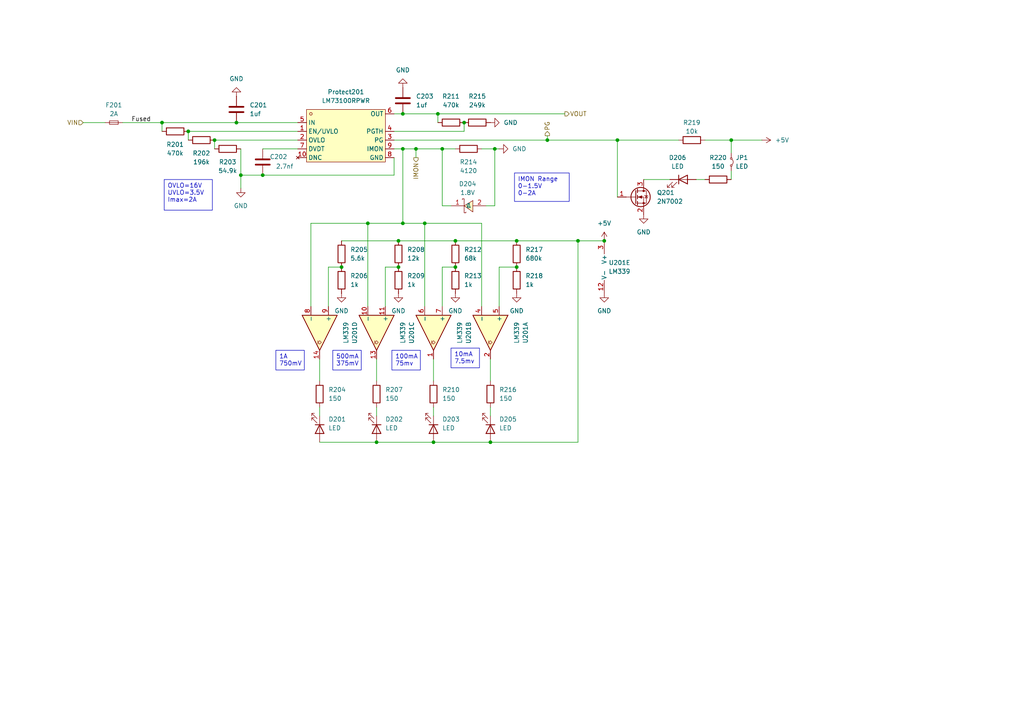
<source format=kicad_sch>
(kicad_sch (version 20231120) (generator "eeschema") (generator_version "8.0")
  (paper "A4")
  (lib_symbols
    (symbol "Comparator:LM339" (pin_names (offset 0.127))
      (property "Reference" "U" (at 0 5.08 0))
      (property "Value" "LM339" (at 0 -5.08 0))
      (symbol "LM339_1_1"
        (polyline (pts (xy -5.08 5.08) (xy 5.08 0) (xy -5.08 -5.08) (xy -5.08 5.08)) (stroke (width 0.254)) (fill (type background)))
        (polyline (pts (xy 3.302 -0.508) (xy 2.794 -0.508) (xy 3.302 0) (xy 2.794 0.508) (xy 2.286 0) (xy 2.794 -0.508) (xy 2.286 -0.508)) (stroke (width 0.127)))
        (pin open_collector line (at 7.62 0 180) (length 2.54) (name "~") (number "2"))
        (pin input line (at -7.62 -2.54 0) (length 2.54) (name "-") (number "4"))
        (pin input line (at -7.62 2.54 0) (length 2.54) (name "+") (number "5"))
      )
      (symbol "LM339_2_1"
        (polyline (pts (xy -5.08 5.08) (xy 5.08 0) (xy -5.08 -5.08) (xy -5.08 5.08)) (stroke (width 0.254)) (fill (type background)))
        (polyline (pts (xy 3.302 -0.508) (xy 2.794 -0.508) (xy 3.302 0) (xy 2.794 0.508) (xy 2.286 0) (xy 2.794 -0.508) (xy 2.286 -0.508)) (stroke (width 0.127)))
        (pin open_collector line (at 7.62 0 180) (length 2.54) (name "~") (number "1"))
        (pin input line (at -7.62 -2.54 0) (length 2.54) (name "-") (number "6"))
        (pin input line (at -7.62 2.54 0) (length 2.54) (name "+") (number "7"))
      )
      (symbol "LM339_3_1"
        (polyline (pts (xy -5.08 5.08) (xy 5.08 0) (xy -5.08 -5.08) (xy -5.08 5.08)) (stroke (width 0.254)) (fill (type background)))
        (polyline (pts (xy 3.302 -0.508) (xy 2.794 -0.508) (xy 3.302 0) (xy 2.794 0.508) (xy 2.286 0) (xy 2.794 -0.508) (xy 2.286 -0.508)) (stroke (width 0.127)))
        (pin input line (at -7.62 -2.54 0) (length 2.54) (name "-") (number "10"))
        (pin input line (at -7.62 2.54 0) (length 2.54) (name "+") (number "11"))
        (pin open_collector line (at 7.62 0 180) (length 2.54) (name "~") (number "13"))
      )
      (symbol "LM339_4_1"
        (polyline (pts (xy -5.08 5.08) (xy 5.08 0) (xy -5.08 -5.08) (xy -5.08 5.08)) (stroke (width 0.254)) (fill (type background)))
        (polyline (pts (xy 3.302 -0.508) (xy 2.794 -0.508) (xy 3.302 0) (xy 2.794 0.508) (xy 2.286 0) (xy 2.794 -0.508) (xy 2.286 -0.508)) (stroke (width 0.127)))
        (pin open_collector line (at 7.62 0 180) (length 2.54) (name "~") (number "14"))
        (pin input line (at -7.62 -2.54 0) (length 2.54) (name "-") (number "8"))
        (pin input line (at -7.62 2.54 0) (length 2.54) (name "+") (number "9"))
      )
      (symbol "LM339_5_1"
        (pin power_in line (at -2.54 -7.62 90) (length 3.81) (name "V-") (number "12"))
        (pin power_in line (at -2.54 7.62 270) (length 3.81) (name "V+") (number "3"))
      )
    )
    (symbol "Device:C" (pin_numbers hide) (pin_names (offset 0.254))
      (property "Reference" "C" (at 0.635 2.54 0))
      (property "Value" "C" (at 0.635 -2.54 0))
      (symbol "C_0_1"
        (polyline (pts (xy -2.032 -0.762) (xy 2.032 -0.762)) (stroke (width 0.508)))
        (polyline (pts (xy -2.032 0.762) (xy 2.032 0.762)) (stroke (width 0.508)))
      )
      (symbol "C_1_1"
        (pin passive line (at 0 3.81 270) (length 2.794) (name "~") (number "1"))
        (pin passive line (at 0 -3.81 90) (length 2.794) (name "~") (number "2"))
      )
    )
    (symbol "Device:Fuse_Small" (pin_numbers hide) (pin_names (offset 0.254) hide)
      (property "Reference" "F" (at 0 -1.524 0))
      (property "Value" "Fuse_Small" (at 0 1.524 0))
      (symbol "Fuse_Small_0_1"
        (rectangle (start -1.27 0.508) (end 1.27 -0.508))
        (polyline (pts (xy -1.27 0) (xy 1.27 0)))
      )
      (symbol "Fuse_Small_1_1"
        (pin passive line (at -2.54 0 0) (length 1.27) (name "~") (number "1"))
        (pin passive line (at 2.54 0 180) (length 1.27) (name "~") (number "2"))
      )
    )
    (symbol "Device:LED" (pin_numbers hide) (pin_names (offset 1.016) hide)
      (property "Reference" "D" (at 0 2.54 0))
      (property "Value" "LED" (at 0 -2.54 0))
      (symbol "LED_0_1"
        (polyline (pts (xy -1.27 -1.27) (xy -1.27 1.27)) (stroke (width 0.254)))
        (polyline (pts (xy -1.27 0) (xy 1.27 0)))
        (polyline (pts (xy 1.27 -1.27) (xy 1.27 1.27) (xy -1.27 0) (xy 1.27 -1.27)) (stroke (width 0.254)))
        (polyline (pts (xy -3.048 -0.762) (xy -4.572 -2.286) (xy -3.81 -2.286) (xy -4.572 -2.286) (xy -4.572 -1.524)))
        (polyline (pts (xy -1.778 -0.762) (xy -3.302 -2.286) (xy -2.54 -2.286) (xy -3.302 -2.286) (xy -3.302 -1.524)))
      )
      (symbol "LED_1_1"
        (pin passive line (at -3.81 0 0) (length 2.54) (name "K") (number "1"))
        (pin passive line (at 3.81 0 180) (length 2.54) (name "A") (number "2"))
      )
    )
    (symbol "Device:R" (pin_numbers hide) (pin_names (offset 0))
      (property "Reference" "R" (at 2.032 0 90))
      (property "Value" "R" (at 0 0 90))
      (symbol "R_0_1"
        (rectangle (start -1.016 -2.54) (end 1.016 2.54) (stroke (width 0.254)))
      )
      (symbol "R_1_1"
        (pin passive line (at 0 3.81 270) (length 1.27) (name "~") (number "1"))
        (pin passive line (at 0 -3.81 90) (length 1.27) (name "~") (number "2"))
      )
    )
    (symbol "Jumper:Jumper_2_Small_Bridged" (pin_numbers hide) (pin_names (offset 0) hide) (exclude_from_sim yes)
      (property "Reference" "JP" (at 0 2.032 0))
      (property "Value" "Jumper_2_Small_Bridged" (at 0 -2.286 0))
      (symbol "Jumper_2_Small_Bridged_0_0"
        (circle (center -1.016 0) (radius 0.254))
        (circle (center 1.016 0) (radius 0.254))
      )
      (symbol "Jumper_2_Small_Bridged_0_1"
        (arc (start 0.762 0.254) (mid 0 0.5696) (end -0.762 0.254))
      )
      (symbol "Jumper_2_Small_Bridged_1_1"
        (pin passive line (at -2.54 0 0) (length 1.27) (name "A") (number "1"))
        (pin passive line (at 2.54 0 180) (length 1.27) (name "B") (number "2"))
      )
    )
    (symbol "Transistor_FET:2N7002" (pin_names hide)
      (property "Reference" "Q" (at 5.08 1.905 0))
      (property "Value" "2N7002" (at 5.08 0 0))
      (symbol "2N7002_0_1"
        (polyline (pts (xy 0.254 0) (xy -2.54 0)))
        (polyline (pts (xy 0.254 1.905) (xy 0.254 -1.905)) (stroke (width 0.254)))
        (polyline (pts (xy 0.762 -1.27) (xy 0.762 -2.286)) (stroke (width 0.254)))
        (polyline (pts (xy 0.762 0.508) (xy 0.762 -0.508)) (stroke (width 0.254)))
        (polyline (pts (xy 0.762 2.286) (xy 0.762 1.27)) (stroke (width 0.254)))
        (polyline (pts (xy 2.54 2.54) (xy 2.54 1.778)))
        (polyline (pts (xy 2.54 -2.54) (xy 2.54 0) (xy 0.762 0)))
        (polyline (pts (xy 0.762 -1.778) (xy 3.302 -1.778) (xy 3.302 1.778) (xy 0.762 1.778)))
        (polyline (pts (xy 1.016 0) (xy 2.032 0.381) (xy 2.032 -0.381) (xy 1.016 0)) (fill (type outline)))
        (polyline (pts (xy 2.794 0.508) (xy 2.921 0.381) (xy 3.683 0.381) (xy 3.81 0.254)))
        (polyline (pts (xy 3.302 0.381) (xy 2.921 -0.254) (xy 3.683 -0.254) (xy 3.302 0.381)))
        (circle (center 1.651 0) (radius 2.794) (stroke (width 0.254)))
        (circle (center 2.54 -1.778) (radius 0.254) (fill (type outline)))
        (circle (center 2.54 1.778) (radius 0.254) (fill (type outline)))
      )
      (symbol "2N7002_1_1"
        (pin input line (at -5.08 0 0) (length 2.54) (name "G") (number "1"))
        (pin passive line (at 2.54 -5.08 90) (length 2.54) (name "S") (number "2"))
        (pin passive line (at 2.54 5.08 270) (length 2.54) (name "D") (number "3"))
      )
    )
    (symbol "easyeda2kicad:DDZ9678-7"
      (property "Reference" "D" (at 0 5.08 0))
      (property "Value" "DDZ9678-7" (at 0 -5.08 0))
      (symbol "DDZ9678-7_0_1"
        (polyline (pts (xy 1.27 1.52) (xy -1.27 0) (xy 1.27 -1.78) (xy 1.27 1.52)) (fill (type background)))
        (polyline (pts (xy -1.78 1.78) (xy -1.78 2.03) (xy -1.27 2.03) (xy -1.27 -2.03) (xy -0.76 -2.03) (xy -0.76 -1.78)))
        (pin unspecified line (at -5.08 0 0) (length 3.81) (name "C") (number "1"))
        (pin unspecified line (at 5.08 0 180) (length 3.81) (name "A") (number "2"))
      )
    )
    (symbol "easyeda2kicad:LM73100RPWR"
      (property "Reference" "U" (at 0 10.16 0))
      (property "Value" "LM73100RPWR" (at 0 -10.16 0))
      (symbol "LM73100RPWR_0_1"
        (rectangle (start -11.43 7.62) (end 11.43 -7.62) (fill (type background)))
        (circle (center -10.16 6.35) (radius 0.38))
        (pin input line (at -13.97 1.27 0) (length 2.54) (name "EN/UVLO") (number "1"))
        (pin no_connect line (at -13.97 -6.35 0) (length 2.54) (name "DNC") (number "10"))
        (pin input line (at -13.97 -1.27 0) (length 2.54) (name "OVLO") (number "2"))
        (pin output line (at 13.97 -1.27 180) (length 2.54) (name "PG") (number "3"))
        (pin input line (at 13.97 1.27 180) (length 2.54) (name "PGTH") (number "4"))
        (pin power_in line (at -13.97 3.81 0) (length 2.54) (name "IN") (number "5"))
        (pin power_out line (at 13.97 6.35 180) (length 2.54) (name "OUT") (number "6"))
        (pin passive line (at -13.97 -3.81 0) (length 2.54) (name "DVDT") (number "7"))
        (pin power_in line (at 13.97 -6.35 180) (length 2.54) (name "GND") (number "8"))
        (pin output line (at 13.97 -3.81 180) (length 2.54) (name "IMON") (number "9"))
      )
    )
    (symbol "power:+5V" (power) (pin_numbers hide) (pin_names (offset 0) hide)
      (property "Value" "+5V" (at 0 3.556 0))
      (symbol "+5V_0_1"
        (polyline (pts (xy -0.762 1.27) (xy 0 2.54)))
        (polyline (pts (xy 0 0) (xy 0 2.54)))
        (polyline (pts (xy 0 2.54) (xy 0.762 1.27)))
      )
      (symbol "+5V_1_1"
        (pin power_in line (at 0 0 90) (length 0) (name "~") (number "1"))
      )
    )
    (symbol "power:GND" (power) (pin_numbers hide) (pin_names (offset 0) hide)
      (property "Value" "GND" (at 0 -3.81 0))
      (symbol "GND_0_1"
        (polyline (pts (xy 0 0) (xy 0 -1.27) (xy 1.27 -1.27) (xy 0 -2.54) (xy -1.27 -1.27) (xy 0 -1.27)))
      )
      (symbol "GND_1_1"
        (pin power_in line (at 0 0 270) (length 0) (name "~") (number "1"))
      )
    )
  )
  (junction (at 132.08 69.85))
  (junction (at 109.22 128.27))
  (junction (at 116.84 43.18))
  (junction (at 54.61 38.1))
  (junction (at 175.26 69.85))
  (junction (at 76.2 50.8))
  (junction (at 125.73 128.27))
  (junction (at 120.65 43.18))
  (junction (at 128.27 43.18))
  (junction (at 134.62 35.56))
  (junction (at 158.75 40.64))
  (junction (at 212.09 40.64))
  (junction (at 149.86 69.85))
  (junction (at 167.64 69.85))
  (junction (at 99.06 77.47))
  (junction (at 143.51 43.18))
  (junction (at 106.68 64.77))
  (junction (at 69.85 50.8))
  (junction (at 116.84 64.77))
  (junction (at 46.99 35.56))
  (junction (at 142.24 128.27))
  (junction (at 149.86 77.47))
  (junction (at 68.58 35.56))
  (junction (at 132.08 77.47))
  (junction (at 62.23 40.64))
  (junction (at 123.19 64.77))
  (junction (at 127 33.02))
  (junction (at 179.07 40.64))
  (junction (at 116.84 33.02))
  (junction (at 115.57 77.47))
  (junction (at 115.57 69.85))
  (wire (pts (xy 114.3 45.72) (xy 114.3 50.8)))
  (wire (pts (xy 143.51 43.18) (xy 144.78 43.18)))
  (wire (pts (xy 142.24 128.27) (xy 167.64 128.27)))
  (wire (pts (xy 114.3 40.64) (xy 158.75 40.64)))
  (wire (pts (xy 106.68 64.77) (xy 116.84 64.77)))
  (wire (pts (xy 35.56 35.56) (xy 46.99 35.56)))
  (wire (pts (xy 109.22 118.11) (xy 109.22 120.65)))
  (wire (pts (xy 212.09 40.64) (xy 212.09 44.45)))
  (wire (pts (xy 158.75 39.37) (xy 158.75 40.64)))
  (wire (pts (xy 114.3 33.02) (xy 116.84 33.02)))
  (wire (pts (xy 128.27 59.69) (xy 130.81 59.69)))
  (wire (pts (xy 134.62 38.1) (xy 134.62 35.56)))
  (wire (pts (xy 128.27 88.9) (xy 128.27 77.47)))
  (wire (pts (xy 125.73 104.14) (xy 125.73 110.49)))
  (wire (pts (xy 62.23 40.64) (xy 62.23 43.18)))
  (wire (pts (xy 68.58 35.56) (xy 86.36 35.56)))
  (wire (pts (xy 115.57 69.85) (xy 132.08 69.85)))
  (wire (pts (xy 90.17 64.77) (xy 106.68 64.77)))
  (wire (pts (xy 95.25 88.9) (xy 95.25 77.47)))
  (wire (pts (xy 179.07 40.64) (xy 179.07 57.15)))
  (wire (pts (xy 92.71 118.11) (xy 92.71 120.65)))
  (wire (pts (xy 54.61 38.1) (xy 54.61 40.64)))
  (wire (pts (xy 76.2 50.8) (xy 114.3 50.8)))
  (wire (pts (xy 167.64 69.85) (xy 175.26 69.85)))
  (wire (pts (xy 212.09 40.64) (xy 204.47 40.64)))
  (wire (pts (xy 69.85 50.8) (xy 76.2 50.8)))
  (wire (pts (xy 69.85 50.8) (xy 69.85 54.61)))
  (wire (pts (xy 220.98 40.64) (xy 212.09 40.64)))
  (wire (pts (xy 128.27 43.18) (xy 132.08 43.18)))
  (wire (pts (xy 111.76 88.9) (xy 111.76 77.47)))
  (wire (pts (xy 109.22 104.14) (xy 109.22 110.49)))
  (wire (pts (xy 127 33.02) (xy 127 35.56)))
  (wire (pts (xy 143.51 43.18) (xy 143.51 59.69)))
  (wire (pts (xy 158.75 40.64) (xy 179.07 40.64)))
  (wire (pts (xy 167.64 69.85) (xy 167.64 128.27)))
  (wire (pts (xy 123.19 64.77) (xy 139.7 64.77)))
  (wire (pts (xy 120.65 43.18) (xy 128.27 43.18)))
  (wire (pts (xy 139.7 88.9) (xy 139.7 64.77)))
  (wire (pts (xy 128.27 77.47) (xy 132.08 77.47)))
  (wire (pts (xy 62.23 40.64) (xy 86.36 40.64)))
  (wire (pts (xy 92.71 128.27) (xy 109.22 128.27)))
  (wire (pts (xy 125.73 128.27) (xy 142.24 128.27)))
  (wire (pts (xy 132.08 69.85) (xy 149.86 69.85)))
  (wire (pts (xy 90.17 88.9) (xy 90.17 64.77)))
  (wire (pts (xy 123.19 64.77) (xy 123.19 88.9)))
  (wire (pts (xy 116.84 43.18) (xy 120.65 43.18)))
  (wire (pts (xy 76.2 43.18) (xy 86.36 43.18)))
  (wire (pts (xy 140.97 59.69) (xy 143.51 59.69)))
  (wire (pts (xy 186.69 52.07) (xy 194.31 52.07)))
  (wire (pts (xy 142.24 118.11) (xy 142.24 120.65)))
  (wire (pts (xy 46.99 35.56) (xy 46.99 38.1)))
  (wire (pts (xy 116.84 43.18) (xy 116.84 64.77)))
  (wire (pts (xy 46.99 35.56) (xy 68.58 35.56)))
  (wire (pts (xy 95.25 77.47) (xy 99.06 77.47)))
  (wire (pts (xy 114.3 38.1) (xy 134.62 38.1)))
  (wire (pts (xy 127 33.02) (xy 163.83 33.02)))
  (wire (pts (xy 123.19 64.77) (xy 116.84 64.77)))
  (wire (pts (xy 201.93 52.07) (xy 204.47 52.07)))
  (wire (pts (xy 99.06 69.85) (xy 115.57 69.85)))
  (wire (pts (xy 128.27 43.18) (xy 128.27 59.69)))
  (wire (pts (xy 54.61 38.1) (xy 86.36 38.1)))
  (wire (pts (xy 114.3 43.18) (xy 116.84 43.18)))
  (wire (pts (xy 212.09 49.53) (xy 212.09 52.07)))
  (wire (pts (xy 116.84 33.02) (xy 127 33.02)))
  (wire (pts (xy 125.73 118.11) (xy 125.73 120.65)))
  (wire (pts (xy 179.07 40.64) (xy 196.85 40.64)))
  (wire (pts (xy 142.24 104.14) (xy 142.24 110.49)))
  (wire (pts (xy 144.78 88.9) (xy 144.78 77.47)))
  (wire (pts (xy 139.7 43.18) (xy 143.51 43.18)))
  (wire (pts (xy 149.86 69.85) (xy 167.64 69.85)))
  (wire (pts (xy 109.22 128.27) (xy 125.73 128.27)))
  (wire (pts (xy 144.78 77.47) (xy 149.86 77.47)))
  (wire (pts (xy 69.85 43.18) (xy 69.85 50.8)))
  (wire (pts (xy 120.65 45.72) (xy 120.65 43.18)))
  (wire (pts (xy 111.76 77.47) (xy 115.57 77.47)))
  (wire (pts (xy 24.13 35.56) (xy 30.48 35.56)))
  (wire (pts (xy 92.71 104.14) (xy 92.71 110.49)))
  (wire (pts (xy 106.68 64.77) (xy 106.68 88.9)))
  (text_box "100mA\n75mv\n" (at 113.665 101.6 0) (size 8.255 5.715) (effects (font (size 1.27 1.27)) (justify left top)))
  (text_box "IMON Range\n0-1.5V\n0-2A" (at 149.225 50.165 0) (size 15.875 8.255) (effects (font (size 1.27 1.27)) (justify left top)))
  (text_box "500mA\n375mV\n\n" (at 96.52 101.6 0) (size 8.255 5.715) (effects (font (size 1.27 1.27)) (justify left top)))
  (text_box "1A\n750mV\n" (at 80.01 101.6 0) (size 8.255 5.715) (effects (font (size 1.27 1.27)) (justify left top)))
  (text_box "10mA\n7.5mv\n" (at 130.81 100.965 0) (size 8.255 5.715) (effects (font (size 1.27 1.27)) (justify left top)))
  (text_box "OVLO=16V\nUVLO=3.5V\nImax=2A" (at 47.625 52.07 0) (size 13.97 8.89) (effects (font (size 1.27 1.27)) (justify left top)))
  (label "Fused" (at 38.1 35.56 0))
  (hierarchical_label "VIN" (shape input) (at 24.13 35.56 180))
  (hierarchical_label "PG" (shape output) (at 158.75 39.37 90))
  (hierarchical_label "IMON" (shape output) (at 120.65 45.72 270))
  (hierarchical_label "VOUT" (shape output) (at 163.83 33.02 0))
  (symbol (lib_id "Device:LED") (at 92.71 124.46 270) (unit 1)
    (property "Reference" "D201" (at 95.25 121.6024 90) (effects (justify left)))
    (property "Value" "LED" (at 95.25 124.1424 90) (effects (justify left)))
    (property "Footprint" "LED_SMD:LED_0603_1608Metric" (effects (hide yes)))
    (property "Description" "Light emitting diode" (effects (hide yes)))
    (property "LCSC Part" "C2286" (effects (hide yes)))
  )
  (symbol (lib_id "power:GND") (at 99.06 85.09 0) (unit 1)
    (property "Reference" "#PWR0203" (effects (hide yes)))
    (property "Value" "GND" (at 99.06 90.17 0))
    (property "Description" "Power symbol creates a global label with name \"GND\" , ground" (effects (hide yes)))
  )
  (symbol (lib_id "power:GND") (at 149.86 85.09 0) (unit 1)
    (property "Reference" "#PWR0209" (effects (hide yes)))
    (property "Value" "GND" (at 149.86 90.17 0))
    (property "Description" "Power symbol creates a global label with name \"GND\" , ground" (effects (hide yes)))
  )
  (symbol (lib_id "Device:R") (at 200.66 40.64 270) (unit 1)
    (property "Reference" "R219" (at 200.66 35.56 90))
    (property "Value" "10k" (at 200.66 38.1 90))
    (property "Footprint" "Resistor_SMD:R_0603_1608Metric" (effects (hide yes)))
    (property "Description" "Resistor" (effects (hide yes)))
  )
  (symbol (lib_id "Device:R") (at 138.43 35.56 270) (unit 1)
    (property "Reference" "R215" (at 138.43 27.94 90))
    (property "Value" "249k" (at 138.43 30.48 90))
    (property "Footprint" "Resistor_SMD:R_0603_1608Metric" (effects (hide yes)))
    (property "Description" "Resistor" (effects (hide yes)))
  )
  (symbol (lib_id "easyeda2kicad:LM73100RPWR") (at 100.33 39.37 0) (unit 1)
    (property "Reference" "Protect201" (at 100.33 26.67 0))
    (property "Value" "LM73100RPWR" (at 100.33 29.21 0))
    (property "Footprint" "easyeda2kicad:VQFN-10_L2.0-W2.0-P0.45-TL" (effects (hide yes)))
    (property "LCSC Part" "C3210761" (effects (hide yes)))
  )
  (symbol (lib_id "Device:R") (at 99.06 81.28 0) (unit 1)
    (property "Reference" "R206" (at 101.6 80.0099 0) (effects (justify left)))
    (property "Value" "1k" (at 101.6 82.5499 0) (effects (justify left)))
    (property "Footprint" "Resistor_SMD:R_0603_1608Metric" (effects (hide yes)))
    (property "Description" "Resistor" (effects (hide yes)))
  )
  (symbol (lib_id "Device:R") (at 142.24 114.3 0) (unit 1)
    (property "Reference" "R216" (at 144.78 113.0299 0) (effects (justify left)))
    (property "Value" "150" (at 144.78 115.5699 0) (effects (justify left)))
    (property "Footprint" "Resistor_SMD:R_0603_1608Metric" (effects (hide yes)))
    (property "Description" "Resistor" (effects (hide yes)))
  )
  (symbol (lib_id "Device:R") (at 149.86 73.66 0) (unit 1)
    (property "Reference" "R217" (at 152.4 72.3899 0) (effects (justify left)))
    (property "Value" "680k" (at 152.4 74.9299 0) (effects (justify left)))
    (property "Footprint" "Resistor_SMD:R_0603_1608Metric" (effects (hide yes)))
    (property "Description" "Resistor" (effects (hide yes)))
  )
  (symbol (lib_id "Device:LED") (at 198.12 52.07 0) (unit 1)
    (property "Reference" "D206" (at 196.5325 45.72 0))
    (property "Value" "LED" (at 196.5325 48.26 0))
    (property "Footprint" "LED_SMD:LED_0603_1608Metric" (effects (hide yes)))
    (property "Description" "Light emitting diode" (effects (hide yes)))
    (property "LCSC Part" "C2286" (effects (hide yes)))
  )
  (symbol (lib_id "Device:C") (at 116.84 29.21 0) (unit 1)
    (property "Reference" "C203" (at 120.65 27.9399 0) (effects (justify left)))
    (property "Value" "1uf" (at 120.65 30.4799 0) (effects (justify left)))
    (property "Footprint" "Capacitor_SMD:C_0603_1608Metric" (effects (hide yes)))
    (property "Description" "Unpolarized capacitor" (effects (hide yes)))
  )
  (symbol (lib_id "power:GND") (at 186.69 62.23 0) (unit 1)
    (property "Reference" "#PWR0212" (effects (hide yes)))
    (property "Value" "GND" (at 186.69 67.31 0))
    (property "Description" "Power symbol creates a global label with name \"GND\" , ground" (effects (hide yes)))
  )
  (symbol (lib_id "Device:R") (at 115.57 81.28 0) (unit 1)
    (property "Reference" "R209" (at 118.11 80.0099 0) (effects (justify left)))
    (property "Value" "1k" (at 118.11 82.5499 0) (effects (justify left)))
    (property "Footprint" "Resistor_SMD:R_0603_1608Metric" (effects (hide yes)))
    (property "Description" "Resistor" (effects (hide yes)))
  )
  (symbol (lib_id "Device:R") (at 208.28 52.07 90) (unit 1)
    (property "Reference" "R220" (at 208.28 45.72 90))
    (property "Value" "150" (at 208.28 48.26 90))
    (property "Footprint" "Resistor_SMD:R_0603_1608Metric" (effects (hide yes)))
    (property "Description" "Resistor" (effects (hide yes)))
  )
  (symbol (lib_id "Transistor_FET:2N7002") (at 184.15 57.15 0) (unit 1)
    (property "Reference" "Q201" (at 190.5 55.8799 0) (effects (justify left)))
    (property "Value" "2N7002" (at 190.5 58.4199 0) (effects (justify left)))
    (property "Footprint" "Package_TO_SOT_SMD:SOT-23" (effects (hide yes)))
    (property "Datasheet" "https://www.onsemi.com/pub/Collateral/NDS7002A-D.PDF" (effects (hide yes)))
    (property "Description" "0.115A Id, 60V Vds, N-Channel MOSFET, SOT-23" (effects (hide yes)))
  )
  (symbol (lib_id "Device:R") (at 92.71 114.3 0) (unit 1)
    (property "Reference" "R204" (at 95.25 113.0299 0) (effects (justify left)))
    (property "Value" "150" (at 95.25 115.5699 0) (effects (justify left)))
    (property "Footprint" "Resistor_SMD:R_0603_1608Metric" (effects (hide yes)))
    (property "Description" "Resistor" (effects (hide yes)))
  )
  (symbol (lib_id "power:GND") (at 175.26 85.09 0) (unit 1)
    (property "Reference" "#PWR0211" (effects (hide yes)))
    (property "Value" "GND" (at 175.26 90.17 0))
    (property "Description" "Power symbol creates a global label with name \"GND\" , ground" (effects (hide yes)))
  )
  (symbol (lib_id "Device:R") (at 125.73 114.3 0) (unit 1)
    (property "Reference" "R210" (at 128.27 113.0299 0) (effects (justify left)))
    (property "Value" "150" (at 128.27 115.5699 0) (effects (justify left)))
    (property "Footprint" "Resistor_SMD:R_0603_1608Metric" (effects (hide yes)))
    (property "Description" "Resistor" (effects (hide yes)))
  )
  (symbol (lib_id "Device:C") (at 68.58 31.75 0) (unit 1)
    (property "Reference" "C201" (at 72.39 30.4799 0) (effects (justify left)))
    (property "Value" "1uf" (at 72.39 33.0199 0) (effects (justify left)))
    (property "Footprint" "Capacitor_SMD:C_0603_1608Metric" (effects (hide yes)))
    (property "Description" "Unpolarized capacitor" (effects (hide yes)))
  )
  (symbol (lib_id "Comparator:LM339") (at 142.24 96.52 270) (unit 1)
    (property "Reference" "U201" (at 152.4 96.52 0))
    (property "Value" "LM339" (at 149.86 96.52 0))
    (property "Footprint" "Package_SO:SOIC-14_3.9x8.7mm_P1.27mm" (effects (hide yes)))
    (property "Datasheet" "https://www.st.com/resource/en/datasheet/lm139.pdf" (effects (hide yes)))
    (property "Description" "Quad Differential Comparators, SOIC-14/TSSOP-14" (effects (hide yes)))
    (property "LCSC Part" "C350549" (effects (hide yes)))
  )
  (symbol (lib_id "Device:R") (at 109.22 114.3 0) (unit 1)
    (property "Reference" "R207" (at 111.76 113.0299 0) (effects (justify left)))
    (property "Value" "150" (at 111.76 115.5699 0) (effects (justify left)))
    (property "Footprint" "Resistor_SMD:R_0603_1608Metric" (effects (hide yes)))
    (property "Description" "Resistor" (effects (hide yes)))
  )
  (symbol (lib_id "Device:LED") (at 125.73 124.46 270) (unit 1)
    (property "Reference" "D203" (at 128.27 121.6024 90) (effects (justify left)))
    (property "Value" "LED" (at 128.27 124.1424 90) (effects (justify left)))
    (property "Footprint" "LED_SMD:LED_0603_1608Metric" (effects (hide yes)))
    (property "Description" "Light emitting diode" (effects (hide yes)))
    (property "LCSC Part" "C2286" (effects (hide yes)))
  )
  (symbol (lib_id "power:GND") (at 115.57 85.09 0) (unit 1)
    (property "Reference" "#PWR0204" (effects (hide yes)))
    (property "Value" "GND" (at 115.57 90.17 0))
    (property "Description" "Power symbol creates a global label with name \"GND\" , ground" (effects (hide yes)))
  )
  (symbol (lib_id "power:GND") (at 69.85 54.61 0) (unit 1)
    (property "Reference" "#PWR0202" (effects (hide yes)))
    (property "Value" "GND" (at 69.85 59.69 0))
    (property "Description" "Power symbol creates a global label with name \"GND\" , ground" (effects (hide yes)))
  )
  (symbol (lib_id "Device:R") (at 50.8 38.1 270) (unit 1)
    (property "Reference" "R201" (at 50.8 41.91 90))
    (property "Value" "470k" (at 50.8 44.45 90))
    (property "Footprint" "Resistor_SMD:R_0603_1608Metric" (effects (hide yes)))
    (property "Description" "Resistor" (effects (hide yes)))
  )
  (symbol (lib_id "Device:R") (at 132.08 73.66 0) (unit 1)
    (property "Reference" "R212" (at 134.62 72.3899 0) (effects (justify left)))
    (property "Value" "68k" (at 134.62 74.9299 0) (effects (justify left)))
    (property "Footprint" "Resistor_SMD:R_0603_1608Metric" (effects (hide yes)))
    (property "Description" "Resistor" (effects (hide yes)))
  )
  (symbol (lib_id "Comparator:LM339") (at 125.73 96.52 270) (unit 2)
    (property "Reference" "U201" (at 135.89 96.52 0))
    (property "Value" "LM339" (at 133.35 96.52 0))
    (property "Footprint" "Package_SO:SOIC-14_3.9x8.7mm_P1.27mm" (effects (hide yes)))
    (property "Datasheet" "https://www.st.com/resource/en/datasheet/lm139.pdf" (effects (hide yes)))
    (property "Description" "Quad Differential Comparators, SOIC-14/TSSOP-14" (effects (hide yes)))
    (property "LCSC Part" "C350549" (effects (hide yes)))
  )
  (symbol (lib_id "power:GND") (at 68.58 27.94 180) (unit 1)
    (property "Reference" "#PWR0201" (effects (hide yes)))
    (property "Value" "GND" (at 68.58 22.86 0))
    (property "Description" "Power symbol creates a global label with name \"GND\" , ground" (effects (hide yes)))
  )
  (symbol (lib_id "Device:LED") (at 142.24 124.46 270) (unit 1)
    (property "Reference" "D205" (at 144.78 121.6024 90) (effects (justify left)))
    (property "Value" "LED" (at 144.78 124.1424 90) (effects (justify left)))
    (property "Footprint" "LED_SMD:LED_0603_1608Metric" (effects (hide yes)))
    (property "Description" "Light emitting diode" (effects (hide yes)))
    (property "LCSC Part" "C2286" (effects (hide yes)))
  )
  (symbol (lib_id "Device:R") (at 132.08 81.28 0) (unit 1)
    (property "Reference" "R213" (at 134.62 80.0099 0) (effects (justify left)))
    (property "Value" "1k" (at 134.62 82.5499 0) (effects (justify left)))
    (property "Footprint" "Resistor_SMD:R_0603_1608Metric" (effects (hide yes)))
    (property "Description" "Resistor" (effects (hide yes)))
  )
  (symbol (lib_id "power:GND") (at 142.24 35.56 90) (unit 1)
    (property "Reference" "#PWR0207" (effects (hide yes)))
    (property "Value" "GND" (at 146.05 35.5599 90) (effects (justify right)))
    (property "Description" "Power symbol creates a global label with name \"GND\" , ground" (effects (hide yes)))
  )
  (symbol (lib_id "Device:C") (at 76.2 46.99 0) (unit 1)
    (property "Reference" "C202" (at 78.232 45.466 0) (effects (justify left)))
    (property "Value" "2.7nf" (at 80.01 48.2599 0) (effects (justify left)))
    (property "Footprint" "Capacitor_SMD:C_0603_1608Metric" (effects (hide yes)))
    (property "Description" "Unpolarized capacitor" (effects (hide yes)))
  )
  (symbol (lib_id "Device:R") (at 58.42 40.64 270) (unit 1)
    (property "Reference" "R202" (at 58.42 44.45 90))
    (property "Value" "196k" (at 58.42 46.99 90))
    (property "Footprint" "Resistor_SMD:R_0603_1608Metric" (effects (hide yes)))
    (property "Description" "Resistor" (effects (hide yes)))
  )
  (symbol (lib_id "Device:R") (at 135.89 43.18 270) (unit 1)
    (property "Reference" "R214" (at 135.89 46.99 90))
    (property "Value" "4120" (at 135.89 49.53 90))
    (property "Footprint" "Resistor_SMD:R_0603_1608Metric" (effects (hide yes)))
    (property "Description" "Resistor" (effects (hide yes)))
  )
  (symbol (lib_id "power:+5V") (at 220.98 40.64 270) (unit 1)
    (property "Reference" "#PWR0213" (effects (hide yes)))
    (property "Value" "+5V" (at 224.79 40.6399 90) (effects (justify left)))
    (property "Description" "Power symbol creates a global label with name \"+5V\"" (effects (hide yes)))
  )
  (symbol (lib_id "easyeda2kicad:DDZ9678-7") (at 135.89 59.69 0) (unit 1)
    (property "Reference" "D204" (at 135.635 53.34 0))
    (property "Value" "1.8V" (at 135.635 55.88 0))
    (property "Footprint" "easyeda2kicad:SOD-123_L2.7-W1.6-LS3.7-RD" (effects (hide yes)))
    (property "Datasheet" "https://lcsc.com/product-detail/Zener-Diodes_DIODES_DDZ9678-7_DDZ9678-7_C150464.html" (effects (hide yes)))
    (property "Description" "Single 1.71V~1.89V 500mW 1.8V SOD-123 Zener Diodes ROHS " (effects (hide yes)))
    (property "LCSC Part" "C150464" (effects (hide yes)))
  )
  (symbol (lib_id "Jumper:Jumper_2_Small_Bridged") (at 212.09 46.99 270) (unit 1) (exclude_from_sim yes)
    (property "Reference" "JP1" (at 213.36 45.7199 90) (effects (justify left)))
    (property "Value" "LED" (at 213.36 48.2599 90) (effects (justify left)))
    (property "Footprint" "Connector_PinHeader_1.00mm:PinHeader_1x02_P1.00mm_Vertical" (effects (hide yes)))
    (property "Description" "Jumper, 2-pole, small symbol, bridged" (effects (hide yes)))
  )
  (symbol (lib_id "Device:R") (at 149.86 81.28 0) (unit 1)
    (property "Reference" "R218" (at 152.4 80.0099 0) (effects (justify left)))
    (property "Value" "1k" (at 152.4 82.5499 0) (effects (justify left)))
    (property "Footprint" "Resistor_SMD:R_0603_1608Metric" (effects (hide yes)))
    (property "Description" "Resistor" (effects (hide yes)))
  )
  (symbol (lib_id "Device:R") (at 130.81 35.56 270) (unit 1)
    (property "Reference" "R211" (at 130.81 27.94 90))
    (property "Value" "470k" (at 130.81 30.48 90))
    (property "Footprint" "Resistor_SMD:R_0603_1608Metric" (effects (hide yes)))
    (property "Description" "Resistor" (effects (hide yes)))
  )
  (symbol (lib_id "Device:LED") (at 109.22 124.46 270) (unit 1)
    (property "Reference" "D202" (at 111.76 121.6024 90) (effects (justify left)))
    (property "Value" "LED" (at 111.76 124.1424 90) (effects (justify left)))
    (property "Footprint" "LED_SMD:LED_0603_1608Metric" (effects (hide yes)))
    (property "Description" "Light emitting diode" (effects (hide yes)))
    (property "LCSC Part" "C2286" (effects (hide yes)))
  )
  (symbol (lib_id "Comparator:LM339") (at 177.8 77.47 0) (unit 5)
    (property "Reference" "U201" (at 176.53 76.1999 0) (effects (justify left)))
    (property "Value" "LM339" (at 176.53 78.7399 0) (effects (justify left)))
    (property "Footprint" "Package_SO:SOIC-14_3.9x8.7mm_P1.27mm" (effects (hide yes)))
    (property "Datasheet" "https://www.st.com/resource/en/datasheet/lm139.pdf" (effects (hide yes)))
    (property "Description" "Quad Differential Comparators, SOIC-14/TSSOP-14" (effects (hide yes)))
    (property "LCSC Part" "C350549" (effects (hide yes)))
  )
  (symbol (lib_id "Device:R") (at 115.57 73.66 0) (unit 1)
    (property "Reference" "R208" (at 118.11 72.3899 0) (effects (justify left)))
    (property "Value" "12k" (at 118.11 74.9299 0) (effects (justify left)))
    (property "Footprint" "Resistor_SMD:R_0603_1608Metric" (effects (hide yes)))
    (property "Description" "Resistor" (effects (hide yes)))
  )
  (symbol (lib_id "Comparator:LM339") (at 92.71 96.52 270) (unit 4)
    (property "Reference" "U201" (at 102.87 96.52 0))
    (property "Value" "LM339" (at 100.33 96.52 0))
    (property "Footprint" "Package_SO:SOIC-14_3.9x8.7mm_P1.27mm" (effects (hide yes)))
    (property "Datasheet" "https://www.st.com/resource/en/datasheet/lm139.pdf" (effects (hide yes)))
    (property "Description" "Quad Differential Comparators, SOIC-14/TSSOP-14" (effects (hide yes)))
    (property "LCSC Part" "C350549" (effects (hide yes)))
  )
  (symbol (lib_id "Comparator:LM339") (at 109.22 96.52 270) (unit 3)
    (property "Reference" "U201" (at 119.38 96.52 0))
    (property "Value" "LM339" (at 116.84 96.52 0))
    (property "Footprint" "Package_SO:SOIC-14_3.9x8.7mm_P1.27mm" (effects (hide yes)))
    (property "Datasheet" "https://www.st.com/resource/en/datasheet/lm139.pdf" (effects (hide yes)))
    (property "Description" "Quad Differential Comparators, SOIC-14/TSSOP-14" (effects (hide yes)))
    (property "LCSC Part" "C350549" (effects (hide yes)))
  )
  (symbol (lib_id "power:GND") (at 144.78 43.18 90) (unit 1)
    (property "Reference" "#PWR0208" (effects (hide yes)))
    (property "Value" "GND" (at 148.59 43.1799 90) (effects (justify right)))
    (property "Description" "Power symbol creates a global label with name \"GND\" , ground" (effects (hide yes)))
  )
  (symbol (lib_id "Device:R") (at 66.04 43.18 270) (unit 1)
    (property "Reference" "R203" (at 66.04 46.99 90))
    (property "Value" "54.9k" (at 66.04 49.53 90))
    (property "Footprint" "Resistor_SMD:R_0603_1608Metric" (effects (hide yes)))
    (property "Description" "Resistor" (effects (hide yes)))
  )
  (symbol (lib_id "power:GND") (at 116.84 25.4 180) (unit 1)
    (property "Reference" "#PWR0205" (effects (hide yes)))
    (property "Value" "GND" (at 116.84 20.32 0))
    (property "Description" "Power symbol creates a global label with name \"GND\" , ground" (effects (hide yes)))
  )
  (symbol (lib_id "power:+5V") (at 175.26 69.85 0) (unit 1)
    (property "Reference" "#PWR0210" (effects (hide yes)))
    (property "Value" "+5V" (at 175.26 64.77 0))
    (property "Description" "Power symbol creates a global label with name \"+5V\"" (effects (hide yes)))
  )
  (symbol (lib_id "Device:R") (at 99.06 73.66 0) (unit 1)
    (property "Reference" "R205" (at 101.6 72.3899 0) (effects (justify left)))
    (property "Value" "5.6k" (at 101.6 74.9299 0) (effects (justify left)))
    (property "Footprint" "Resistor_SMD:R_0603_1608Metric" (effects (hide yes)))
    (property "Description" "Resistor" (effects (hide yes)))
  )
  (symbol (lib_id "power:GND") (at 132.08 85.09 0) (unit 1)
    (property "Reference" "#PWR0206" (effects (hide yes)))
    (property "Value" "GND" (at 132.08 90.17 0))
    (property "Description" "Power symbol creates a global label with name \"GND\" , ground" (effects (hide yes)))
  )
  (symbol (lib_id "Device:Fuse_Small") (at 33.02 35.56 0) (unit 1)
    (property "Reference" "F201" (at 33.02 30.48 0))
    (property "Value" "2A" (at 33.02 33.02 0))
    (property "Footprint" "Fuse:Fuse_1206_3216Metric" (effects (hide yes)))
    (property "Description" "Fuse, small symbol" (effects (hide yes)))
    (property "LCSC Part" "C2924939" (effects (hide yes)))
  )
)
</source>
